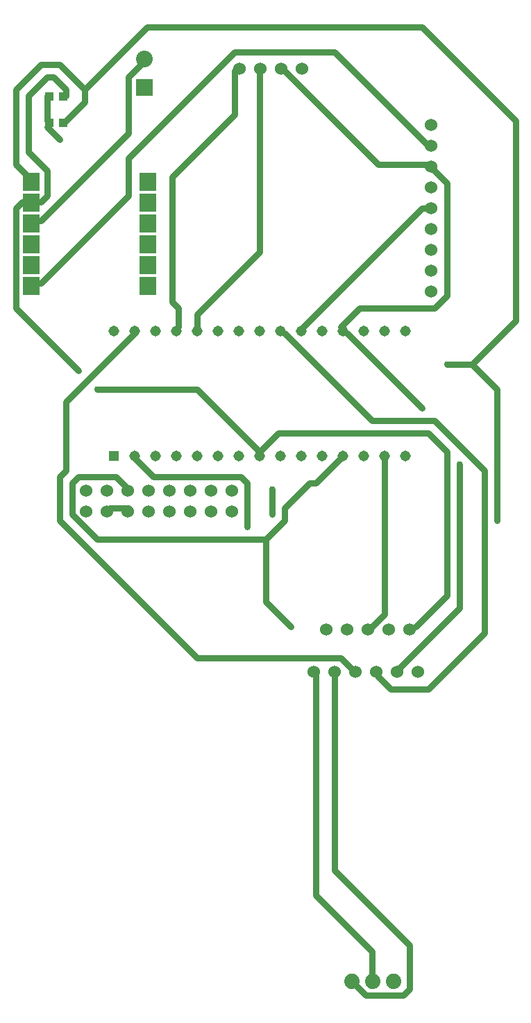
<source format=gbr>
G04 EAGLE Gerber RS-274X export*
G75*
%MOMM*%
%FSLAX34Y34*%
%LPD*%
%INTop Copper*%
%IPPOS*%
%AMOC8*
5,1,8,0,0,1.08239X$1,22.5*%
G01*
%ADD10R,1.308000X1.308000*%
%ADD11C,1.308000*%
%ADD12R,1.000000X1.100000*%
%ADD13R,2.032000X2.032000*%
%ADD14C,2.032000*%
%ADD15C,1.879600*%
%ADD16R,2.159000X2.286000*%
%ADD17C,1.524000*%
%ADD18C,0.762000*%
%ADD19C,0.756400*%


D10*
X134900Y810400D03*
D11*
X160300Y810400D03*
X185700Y810400D03*
X211100Y810400D03*
X236500Y810400D03*
X261900Y810400D03*
X287300Y810400D03*
X312700Y810400D03*
X338100Y810400D03*
X363500Y810400D03*
X388900Y810400D03*
X414300Y810400D03*
X439700Y810400D03*
X465100Y810400D03*
X490500Y810400D03*
X490500Y962800D03*
X465100Y962800D03*
X439700Y962800D03*
X414300Y962800D03*
X388900Y962800D03*
X363500Y962800D03*
X338100Y962800D03*
X312700Y962800D03*
X287300Y962800D03*
X261900Y962800D03*
X236500Y962800D03*
X211100Y962800D03*
X185700Y962800D03*
X160300Y962800D03*
X134900Y962800D03*
D12*
X55900Y1217000D03*
X72900Y1217000D03*
X55900Y1248900D03*
X72900Y1248900D03*
D13*
X172500Y1260000D03*
D14*
X172500Y1295000D03*
D15*
X425000Y170000D03*
X450400Y170000D03*
X475800Y170000D03*
D16*
X33875Y1145170D03*
X33875Y1119770D03*
X33875Y1094370D03*
X33875Y1068970D03*
X33875Y1043570D03*
X33875Y1018170D03*
X176125Y1018170D03*
X176125Y1043570D03*
X176125Y1068970D03*
X176125Y1094370D03*
X176125Y1119770D03*
X176125Y1145170D03*
D17*
X506000Y547500D03*
X480600Y547500D03*
X455200Y547500D03*
X429800Y547500D03*
X404400Y547500D03*
X379000Y547500D03*
X101100Y743100D03*
X126500Y743100D03*
X151900Y743100D03*
X177300Y743100D03*
X202700Y743100D03*
X228100Y743100D03*
X253500Y743100D03*
X278900Y743100D03*
X278900Y768500D03*
X253500Y768500D03*
X228100Y768500D03*
X202700Y768500D03*
X177300Y768500D03*
X151900Y768500D03*
X126500Y768500D03*
X101100Y768500D03*
X394200Y598800D03*
X419600Y598800D03*
X445000Y598800D03*
X470400Y598800D03*
X495800Y598800D03*
X522000Y1214300D03*
X522000Y1188900D03*
X522000Y1163500D03*
X522000Y1138100D03*
X522000Y1112700D03*
X522000Y1087300D03*
X522000Y1061900D03*
X522000Y1036500D03*
X522000Y1011100D03*
X364020Y1283150D03*
X313220Y1283150D03*
X287820Y1283150D03*
X338620Y1283150D03*
D18*
X434340Y990600D02*
X411480Y967740D01*
X434340Y990600D02*
X525780Y990600D01*
X541020Y1005840D01*
X541020Y1143000D01*
X525780Y1158240D01*
X411480Y967740D02*
X414300Y962800D01*
X525780Y1158240D02*
X522000Y1163500D01*
X45720Y1097280D02*
X38100Y1097280D01*
X45720Y1097280D02*
X152400Y1203960D01*
X152400Y1272540D01*
X167640Y1287780D01*
X38100Y1097280D02*
X33875Y1094370D01*
X167640Y1287780D02*
X172500Y1295000D01*
X457200Y1165860D02*
X518160Y1165860D01*
X457200Y1165860D02*
X342900Y1280160D01*
X518160Y1165860D02*
X522000Y1163500D01*
X342900Y1280160D02*
X338620Y1283150D01*
X464820Y807720D02*
X464820Y617220D01*
X449580Y601980D01*
X464820Y807720D02*
X465100Y810400D01*
X449580Y601980D02*
X445000Y598800D01*
X426720Y167640D02*
X441960Y152400D01*
X487680Y152400D01*
X495300Y160020D01*
X495300Y213360D01*
X403860Y304800D01*
X403860Y541020D01*
X425000Y170000D02*
X426720Y167640D01*
X403860Y541020D02*
X404400Y547500D01*
X510540Y868680D02*
X419100Y960120D01*
X414300Y962800D01*
D19*
X510540Y868680D03*
D18*
X182880Y784860D02*
X160020Y807720D01*
X182880Y784860D02*
X289560Y784860D01*
X297180Y777240D01*
X297180Y723900D01*
X160020Y807720D02*
X160300Y810400D01*
X45720Y1021080D02*
X38100Y1021080D01*
X45720Y1021080D02*
X152400Y1127760D01*
X152400Y1173480D01*
X281940Y1303020D01*
X403860Y1303020D01*
X518160Y1188720D01*
X38100Y1021080D02*
X33875Y1018170D01*
X518160Y1188720D02*
X522000Y1188900D01*
D19*
X297180Y723900D03*
D18*
X365760Y967740D02*
X510540Y1112520D01*
X518160Y1112520D01*
X365760Y967740D02*
X363500Y962800D01*
X518160Y1112520D02*
X522000Y1112700D01*
X76200Y1249680D02*
X76200Y1257300D01*
X60960Y1272540D01*
X53340Y1272540D01*
X30480Y1249680D01*
X30480Y1181100D01*
X53340Y1158240D01*
X53340Y1127760D01*
X45720Y1120140D01*
X38100Y1120140D01*
X72900Y1248900D02*
X76200Y1249680D01*
X38100Y1120140D02*
X33875Y1119770D01*
X335280Y838200D02*
X312420Y815340D01*
X335280Y838200D02*
X518160Y838200D01*
X541020Y815340D01*
X541020Y640080D01*
X502920Y601980D01*
X495800Y598800D01*
X30480Y1120140D02*
X22860Y1120140D01*
X15240Y1112520D01*
X15240Y990600D01*
X91440Y914400D01*
X114300Y891540D02*
X236220Y891540D01*
X312420Y815340D01*
X33875Y1119770D02*
X30480Y1120140D01*
X312420Y815340D02*
X312700Y810400D01*
D19*
X91440Y914400D03*
X114300Y891540D03*
D18*
X76200Y1219200D02*
X99060Y1242060D01*
X99060Y1257300D01*
X68580Y1287780D01*
X45720Y1287780D01*
X15240Y1257300D01*
X15240Y1165860D01*
X30480Y1150620D01*
X72900Y1217000D02*
X76200Y1219200D01*
X30480Y1150620D02*
X33875Y1145170D01*
X541020Y922020D02*
X571500Y922020D01*
X601980Y891540D01*
X601980Y731520D01*
X99060Y1257300D02*
X175260Y1333500D01*
X510540Y1333500D01*
X624840Y1219200D01*
X624840Y975360D01*
X571500Y922020D01*
D19*
X541020Y922020D03*
X601980Y731520D03*
D18*
X152400Y746760D02*
X129540Y746760D01*
X126500Y743100D01*
X151900Y743100D02*
X152400Y746760D01*
X327660Y739140D02*
X327660Y769620D01*
D19*
X327660Y739140D03*
X327660Y769620D03*
D18*
X381000Y777240D02*
X411480Y807720D01*
X381000Y777240D02*
X373380Y777240D01*
X342900Y746760D01*
X342900Y731520D01*
X320040Y708660D01*
X114300Y708660D01*
X83820Y739140D01*
X83820Y777240D01*
X91440Y784860D01*
X137160Y784860D01*
X152400Y769620D01*
X411480Y807720D02*
X414300Y810400D01*
X152400Y769620D02*
X151900Y768500D01*
X53340Y1219200D02*
X53340Y1249680D01*
X53340Y1219200D02*
X55900Y1217000D01*
X55900Y1248900D02*
X53340Y1249680D01*
X53340Y1211580D02*
X68580Y1196340D01*
X53340Y1211580D02*
X55900Y1217000D01*
X381000Y541020D02*
X381000Y274320D01*
X449580Y205740D01*
X449580Y175260D01*
X381000Y541020D02*
X379000Y547500D01*
X449580Y175260D02*
X450400Y170000D01*
X320040Y632460D02*
X320040Y708660D01*
X320040Y632460D02*
X350520Y601980D01*
D19*
X68580Y1196340D03*
X350520Y601980D03*
D18*
X556260Y624840D02*
X556260Y800100D01*
X556260Y624840D02*
X480060Y548640D01*
X480600Y547500D01*
D19*
X556260Y800100D03*
D18*
X160020Y960120D02*
X76200Y876300D01*
X76200Y792480D01*
X68580Y784860D01*
X68580Y731520D01*
X236220Y563880D01*
X411480Y563880D01*
X426720Y548640D01*
X160020Y960120D02*
X160300Y962800D01*
X426720Y548640D02*
X429800Y547500D01*
X449580Y853440D02*
X342900Y960120D01*
X449580Y853440D02*
X525780Y853440D01*
X586740Y792480D01*
X586740Y594360D01*
X518160Y525780D01*
X472440Y525780D01*
X457200Y541020D01*
X342900Y960120D02*
X338100Y962800D01*
X455200Y547500D02*
X457200Y541020D01*
X236220Y967740D02*
X236220Y982980D01*
X312420Y1059180D01*
X312420Y1280160D01*
X236220Y967740D02*
X236500Y962800D01*
X312420Y1280160D02*
X313220Y1283150D01*
X213360Y990600D02*
X213360Y967740D01*
X213360Y990600D02*
X205740Y998220D01*
X205740Y1150620D01*
X281940Y1226820D01*
X281940Y1280160D01*
X213360Y967740D02*
X211100Y962800D01*
X281940Y1280160D02*
X287820Y1283150D01*
M02*

</source>
